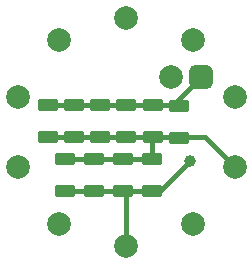
<source format=gtl>
G04 Layer_Physical_Order=1*
G04 Layer_Color=255*
%FSLAX25Y25*%
%MOIN*%
G70*
G01*
G75*
G04:AMPARAMS|DCode=10|XSize=66.93mil|YSize=43.31mil|CornerRadius=10.83mil|HoleSize=0mil|Usage=FLASHONLY|Rotation=180.000|XOffset=0mil|YOffset=0mil|HoleType=Round|Shape=RoundedRectangle|*
%AMROUNDEDRECTD10*
21,1,0.06693,0.02165,0,0,180.0*
21,1,0.04528,0.04331,0,0,180.0*
1,1,0.02165,-0.02264,0.01083*
1,1,0.02165,0.02264,0.01083*
1,1,0.02165,0.02264,-0.01083*
1,1,0.02165,-0.02264,-0.01083*
%
%ADD10ROUNDEDRECTD10*%
%ADD11C,0.01575*%
%ADD12C,0.07874*%
G04:AMPARAMS|DCode=13|XSize=78.74mil|YSize=78.74mil|CornerRadius=19.69mil|HoleSize=0mil|Usage=FLASHONLY|Rotation=180.000|XOffset=0mil|YOffset=0mil|HoleType=Round|Shape=RoundedRectangle|*
%AMROUNDEDRECTD13*
21,1,0.07874,0.03937,0,0,180.0*
21,1,0.03937,0.07874,0,0,180.0*
1,1,0.03937,-0.01969,0.01969*
1,1,0.03937,0.01969,0.01969*
1,1,0.03937,0.01969,-0.01969*
1,1,0.03937,-0.01969,-0.01969*
%
%ADD13ROUNDEDRECTD13*%
%ADD14C,0.03937*%
D10*
X8661Y-1870D02*
D03*
Y8760D02*
D03*
X-49Y-1870D02*
D03*
Y8760D02*
D03*
X-8760Y-1870D02*
D03*
Y8760D02*
D03*
X-17470Y-1870D02*
D03*
Y8760D02*
D03*
X-26181Y-1870D02*
D03*
Y8760D02*
D03*
X-20669Y-19882D02*
D03*
Y-9252D02*
D03*
X-10925Y-19882D02*
D03*
Y-9252D02*
D03*
X-1181Y-19882D02*
D03*
Y-9252D02*
D03*
X8563Y-19882D02*
D03*
Y-9252D02*
D03*
X17618Y-1969D02*
D03*
Y8661D02*
D03*
D11*
X8661Y-1870D02*
X26071D01*
X-8760Y8760D02*
X-49D01*
X8661D01*
X15453D01*
X-26181Y-1870D02*
X-17470D01*
X-8760D02*
X-49D01*
X8661D01*
X26071D02*
X36042Y-11841D01*
X-17470Y-1870D02*
X-8760D01*
X-26181Y8760D02*
X-17470D01*
X-8760D01*
X-20669Y-9252D02*
X-10925D01*
X-1181D01*
X8563D01*
Y-1969D01*
X8661Y-1870D01*
X-20669Y-19882D02*
X-10925D01*
X-1181D01*
X8563D01*
X-98Y-38098D02*
Y-20965D01*
X-1181Y-19882D02*
X-98Y-20965D01*
X11024Y-19882D02*
X21260Y-9646D01*
X8563Y-19882D02*
X11024D01*
X15453Y8760D02*
X24902Y18209D01*
D12*
X14902D02*
D03*
X-98Y37902D02*
D03*
X22237Y30644D02*
D03*
X36042Y11644D02*
D03*
Y-11841D02*
D03*
X22237Y-30841D02*
D03*
X-98Y-38098D02*
D03*
X-22434Y-30841D02*
D03*
X-36239Y-11841D02*
D03*
Y11644D02*
D03*
X-22434Y30644D02*
D03*
D13*
X24902Y18209D02*
D03*
D14*
X21260Y-9646D02*
D03*
M02*

</source>
